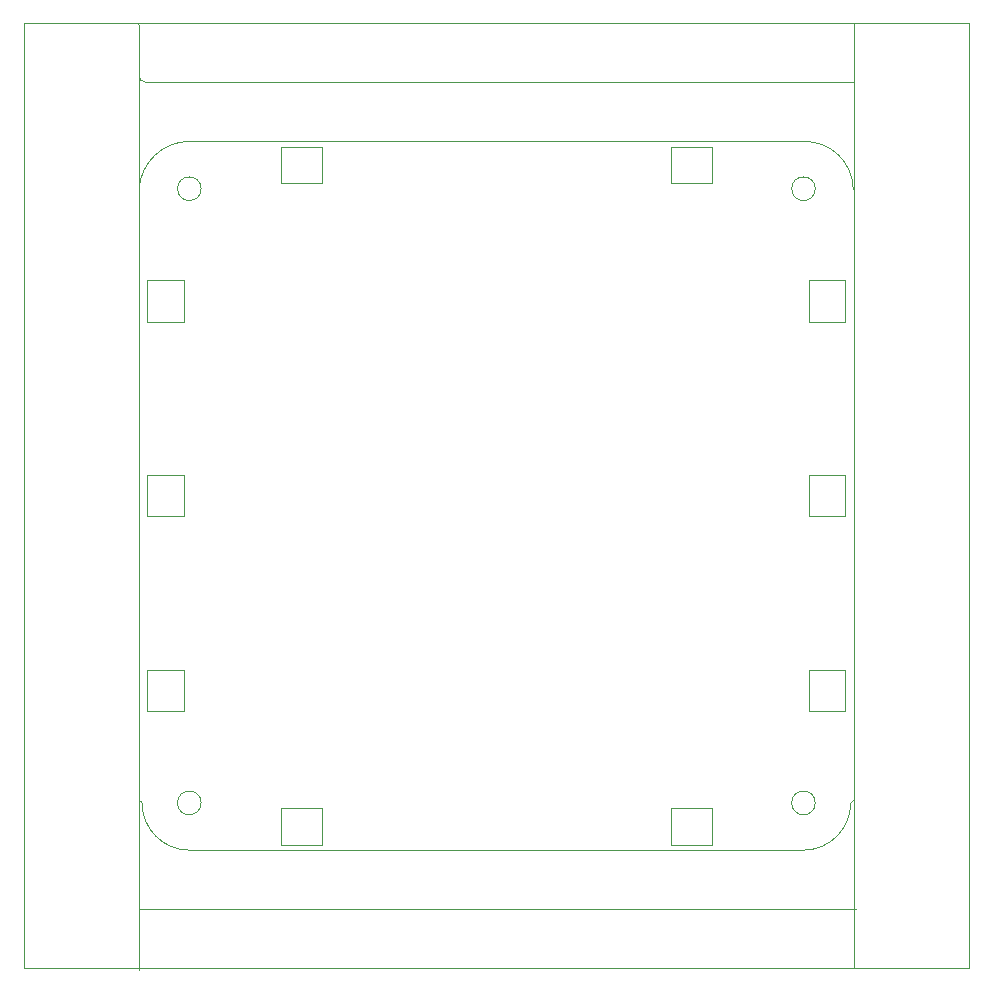
<source format=gm1>
G04 #@! TF.GenerationSoftware,KiCad,Pcbnew,7.0.7*
G04 #@! TF.CreationDate,2023-12-02T12:42:21+01:00*
G04 #@! TF.ProjectId,BusPirate-5-rev10,42757350-6972-4617-9465-2d352d726576,rev?*
G04 #@! TF.SameCoordinates,Original*
G04 #@! TF.FileFunction,Profile,NP*
%FSLAX46Y46*%
G04 Gerber Fmt 4.6, Leading zero omitted, Abs format (unit mm)*
G04 Created by KiCad (PCBNEW 7.0.7) date 2023-12-02 12:42:21*
%MOMM*%
%LPD*%
G01*
G04 APERTURE LIST*
G04 #@! TA.AperFunction,Profile*
%ADD10C,0.050000*%
G04 #@! TD*
G04 APERTURE END LIST*
D10*
X99900000Y-116100000D02*
G75*
G03*
X103900000Y-120100000I4000000J0D01*
G01*
X156900000Y-116100000D02*
G75*
G03*
X156900000Y-116100000I-1000000J0D01*
G01*
X104900000Y-64100000D02*
G75*
G03*
X104900000Y-64100000I-1000000J0D01*
G01*
X104900000Y-116100000D02*
G75*
G03*
X104900000Y-116100000I-1000000J0D01*
G01*
X103899916Y-60090537D02*
G75*
G03*
X99650001Y-64100000I37584J-4296963D01*
G01*
X155900000Y-120100000D02*
G75*
G03*
X159900000Y-116100000I0J4000000D01*
G01*
X103900000Y-120100000D02*
X155900000Y-120100000D01*
X156900000Y-64100000D02*
G75*
G03*
X156900000Y-64100000I-1000000J0D01*
G01*
X160109035Y-64100811D02*
G75*
G03*
X155950000Y-60100002I-4081535J-80789D01*
G01*
X155950000Y-60100001D02*
X103900000Y-60100000D01*
X99650000Y-50250000D02*
X99650000Y-130250000D01*
X100350000Y-71950000D02*
X100350000Y-75250000D01*
X148150000Y-60650000D02*
X148150000Y-63550000D01*
X148050000Y-63650000D02*
X144750000Y-63650000D01*
X159350000Y-108350000D02*
X156450000Y-108350000D01*
X111650000Y-60650000D02*
X111650000Y-63550000D01*
X103350000Y-75350000D02*
X100450000Y-75350000D01*
X115050000Y-63650000D02*
X111750000Y-63650000D01*
X159350000Y-71850000D02*
X156450000Y-71850000D01*
X103350000Y-104850000D02*
X100450000Y-104850000D01*
X115050000Y-60550000D02*
X111750000Y-60550000D01*
X148050000Y-116550000D02*
X144750000Y-116550000D01*
X100350000Y-104950000D02*
X100350000Y-108250000D01*
X115150000Y-60650000D02*
X115150000Y-63550000D01*
X115150000Y-116650000D02*
X115150000Y-119550000D01*
X144650000Y-116650000D02*
X144650000Y-119550000D01*
X103450000Y-71950000D02*
X103450000Y-75250000D01*
X115050000Y-116550000D02*
X111750000Y-116550000D01*
X156350000Y-104950000D02*
X156350000Y-108250000D01*
X111650000Y-116650000D02*
X111650000Y-119550000D01*
X159450000Y-71950000D02*
X159450000Y-75250000D01*
X148050000Y-60550000D02*
X144650000Y-60550000D01*
X148050000Y-119650000D02*
X144750000Y-119650000D01*
X144650000Y-60650000D02*
X144650000Y-63550000D01*
X103350000Y-88350000D02*
X100450000Y-88350000D01*
X103350000Y-108350000D02*
X100450000Y-108350000D01*
X103350000Y-71850000D02*
X100450000Y-71850000D01*
X103450000Y-104950000D02*
X103450000Y-108250000D01*
X156350000Y-71950000D02*
X156350000Y-75250000D01*
X159350000Y-104850000D02*
X156450000Y-104850000D01*
X103350000Y-91850000D02*
X100450000Y-91850000D01*
X159450000Y-104950000D02*
X159450000Y-108250000D01*
X148150000Y-116650000D02*
X148150000Y-119550000D01*
X115050000Y-119650000D02*
X111750000Y-119650000D01*
X103450000Y-88450000D02*
X103450000Y-91750000D01*
X100350000Y-88450000D02*
X100350000Y-91750000D01*
X159350000Y-75350000D02*
X156450000Y-75350000D01*
X169900000Y-64100000D02*
X169900000Y-116100000D01*
X160109074Y-64100810D02*
X160200000Y-64100000D01*
X89900000Y-50100000D02*
X169900000Y-50100000D01*
X100150000Y-55050000D02*
X160150000Y-55100000D01*
X169900000Y-50100000D02*
X169900000Y-64100000D01*
X169900000Y-116100000D02*
X169900000Y-130100000D01*
X89900000Y-130100000D02*
X169900000Y-130100000D01*
X160200000Y-50100000D02*
X160150000Y-130100000D01*
X99867082Y-125106566D02*
X160350000Y-125100000D01*
X148150000Y-60550000D02*
X148150000Y-60650000D01*
X144650000Y-60550000D02*
X144650000Y-60650000D01*
X148150000Y-63650000D02*
X148050000Y-63650000D01*
X144650000Y-63650000D02*
X144750000Y-63650000D01*
X111650000Y-60550000D02*
X111650000Y-60650000D01*
X115150000Y-60550000D02*
X115150000Y-60650000D01*
X115150000Y-63650000D02*
X115050000Y-63650000D01*
X111650000Y-63650000D02*
X111650000Y-63550000D01*
X159450000Y-71850000D02*
X159450000Y-71950000D01*
X156350000Y-71850000D02*
X156450000Y-71850000D01*
X159450000Y-75350000D02*
X159350000Y-75350000D01*
X156350000Y-75350000D02*
X156350000Y-75250000D01*
X159450000Y-104850000D02*
X159450000Y-104950000D01*
X159450000Y-108350000D02*
X159350000Y-108350000D01*
X156350000Y-108350000D02*
X156350000Y-108250000D01*
X156350000Y-104850000D02*
X156450000Y-104850000D01*
X100350000Y-71850000D02*
X100450000Y-71850000D01*
X103450000Y-71850000D02*
X103450000Y-71950000D01*
X103450000Y-75350000D02*
X103350000Y-75350000D01*
X100350000Y-75350000D02*
X100350000Y-75250000D01*
X100350000Y-88350000D02*
X100450000Y-88350000D01*
X103450000Y-88350000D02*
X103450000Y-88450000D01*
X103450000Y-91850000D02*
X103350000Y-91850000D01*
X100350000Y-91850000D02*
X100350000Y-91750000D01*
X103450000Y-104850000D02*
X103450000Y-104950000D01*
X100350000Y-104850000D02*
X100450000Y-104850000D01*
X103450000Y-108350000D02*
X103350000Y-108350000D01*
X100350000Y-108350000D02*
X100350000Y-108250000D01*
X111650000Y-116550000D02*
X111750000Y-116550000D01*
X115150000Y-116550000D02*
X115150000Y-116650000D01*
X115150000Y-119650000D02*
X115050000Y-119650000D01*
X111650000Y-119650000D02*
X111650000Y-119550000D01*
X144650000Y-116550000D02*
X144750000Y-116550000D01*
X148150000Y-116550000D02*
X148150000Y-116650000D01*
X148150000Y-119650000D02*
X148050000Y-119650000D01*
X144650000Y-119650000D02*
X144650000Y-119550000D01*
X89900000Y-50100000D02*
X89900000Y-64100000D01*
X89900000Y-64100000D02*
X89900000Y-116100000D01*
X89900000Y-116100000D02*
X89900000Y-130100000D01*
X156450000Y-91850000D02*
X156350000Y-91850000D01*
X159450000Y-91850000D02*
X159350000Y-91850000D01*
X159450000Y-91750000D02*
X159450000Y-91850000D01*
X159450000Y-88350000D02*
X159450000Y-88450000D01*
X156350000Y-91850000D02*
X156350000Y-91750000D01*
X156350000Y-88350000D02*
X156450000Y-88350000D01*
X156350000Y-88450000D02*
X156350000Y-88350000D01*
X159350000Y-88350000D02*
X159450000Y-88350000D01*
X159350000Y-88350000D02*
X156450000Y-88350000D01*
X156350000Y-88450000D02*
X156350000Y-91750000D01*
X159350000Y-91850000D02*
X156450000Y-91850000D01*
X159450000Y-88450000D02*
X159450000Y-91750000D01*
X159350000Y-71850000D02*
X159450000Y-71850000D01*
X99899999Y-116100000D02*
G75*
G03*
X99643935Y-115993935I-149999J0D01*
G01*
X144650000Y-63550000D02*
X144650000Y-63650000D01*
X148150000Y-63550000D02*
X148150000Y-63650000D01*
X103350000Y-88350000D02*
X103450000Y-88350000D01*
X159450000Y-108250000D02*
X159450000Y-108350000D01*
X159350000Y-104850000D02*
X159450000Y-104850000D01*
X111650000Y-116650000D02*
X111650000Y-116550000D01*
X115050000Y-116550000D02*
X115150000Y-116550000D01*
X159450000Y-75250000D02*
X159450000Y-75350000D01*
X100350000Y-71950000D02*
X100350000Y-71850000D01*
X103450000Y-108250000D02*
X103450000Y-108350000D01*
X99674976Y-50100075D02*
G75*
G03*
X99650000Y-50258073I-24976J-77025D01*
G01*
X99649999Y-124972402D02*
G75*
G03*
X99867082Y-125106565I150001J2D01*
G01*
X103450000Y-91750000D02*
X103450000Y-91850000D01*
X160150000Y-115899960D02*
G75*
G03*
X159900001Y-116104950I0J-254940D01*
G01*
X115150000Y-63550000D02*
X115150000Y-63650000D01*
X156450000Y-108350000D02*
X156350000Y-108350000D01*
X115050000Y-60550000D02*
X115150000Y-60550000D01*
X103350000Y-104850000D02*
X103450000Y-104850000D01*
X99650878Y-54566320D02*
G75*
G03*
X100150000Y-55049999I475022J-9180D01*
G01*
X148050000Y-60550000D02*
X148150000Y-60550000D01*
X100450000Y-108350000D02*
X100350000Y-108350000D01*
X111750000Y-119650000D02*
X111650000Y-119650000D01*
X103450000Y-75250000D02*
X103450000Y-75350000D01*
X144650000Y-116650000D02*
X144650000Y-116550000D01*
X144750000Y-119650000D02*
X144650000Y-119650000D01*
X111750000Y-60550000D02*
X111650000Y-60550000D01*
X156350000Y-71950000D02*
X156350000Y-71850000D01*
X111750000Y-63650000D02*
X111650000Y-63650000D01*
X148050000Y-116550000D02*
X148150000Y-116550000D01*
X156450000Y-75350000D02*
X156350000Y-75350000D01*
X100350000Y-88450000D02*
X100350000Y-88350000D01*
X103350000Y-71850000D02*
X103450000Y-71850000D01*
X115150000Y-119550000D02*
X115150000Y-119650000D01*
X100350000Y-104950000D02*
X100350000Y-104850000D01*
X100450000Y-91850000D02*
X100350000Y-91850000D01*
X148150000Y-119550000D02*
X148150000Y-119650000D01*
X156350000Y-104950000D02*
X156350000Y-104850000D01*
X100450000Y-75350000D02*
X100350000Y-75350000D01*
M02*

</source>
